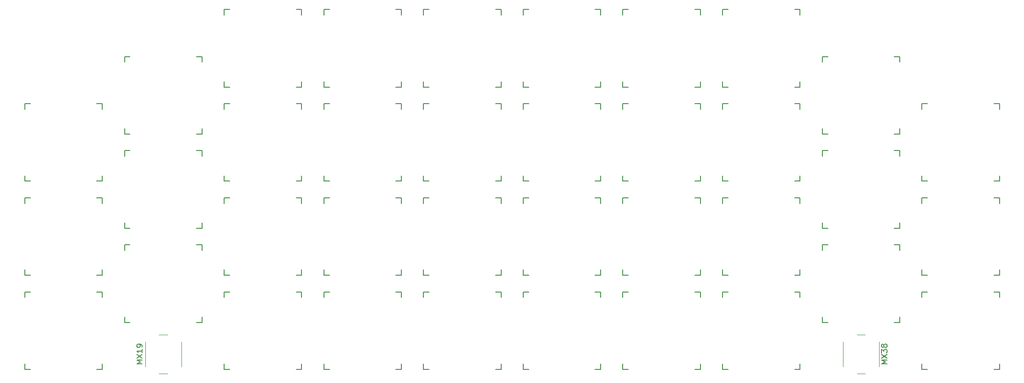
<source format=gbr>
%TF.GenerationSoftware,KiCad,Pcbnew,7.0.2-0*%
%TF.CreationDate,2024-08-06T11:42:49-04:00*%
%TF.ProjectId,PCB,5043422e-6b69-4636-9164-5f7063625858,rev?*%
%TF.SameCoordinates,Original*%
%TF.FileFunction,Legend,Top*%
%TF.FilePolarity,Positive*%
%FSLAX46Y46*%
G04 Gerber Fmt 4.6, Leading zero omitted, Abs format (unit mm)*
G04 Created by KiCad (PCBNEW 7.0.2-0) date 2024-08-06 11:42:49*
%MOMM*%
%LPD*%
G01*
G04 APERTURE LIST*
%ADD10C,0.150000*%
%ADD11C,0.120000*%
G04 APERTURE END LIST*
D10*
%TO.C,MX19*%
X50212619Y-91011904D02*
X49212619Y-91011904D01*
X49212619Y-91011904D02*
X49926904Y-90678571D01*
X49926904Y-90678571D02*
X49212619Y-90345238D01*
X49212619Y-90345238D02*
X50212619Y-90345238D01*
X49212619Y-89964285D02*
X50212619Y-89297619D01*
X49212619Y-89297619D02*
X50212619Y-89964285D01*
X50212619Y-88392857D02*
X50212619Y-88964285D01*
X50212619Y-88678571D02*
X49212619Y-88678571D01*
X49212619Y-88678571D02*
X49355476Y-88773809D01*
X49355476Y-88773809D02*
X49450714Y-88869047D01*
X49450714Y-88869047D02*
X49498333Y-88964285D01*
X50212619Y-87916666D02*
X50212619Y-87726190D01*
X50212619Y-87726190D02*
X50165000Y-87630952D01*
X50165000Y-87630952D02*
X50117380Y-87583333D01*
X50117380Y-87583333D02*
X49974523Y-87488095D01*
X49974523Y-87488095D02*
X49784047Y-87440476D01*
X49784047Y-87440476D02*
X49403095Y-87440476D01*
X49403095Y-87440476D02*
X49307857Y-87488095D01*
X49307857Y-87488095D02*
X49260238Y-87535714D01*
X49260238Y-87535714D02*
X49212619Y-87630952D01*
X49212619Y-87630952D02*
X49212619Y-87821428D01*
X49212619Y-87821428D02*
X49260238Y-87916666D01*
X49260238Y-87916666D02*
X49307857Y-87964285D01*
X49307857Y-87964285D02*
X49403095Y-88011904D01*
X49403095Y-88011904D02*
X49641190Y-88011904D01*
X49641190Y-88011904D02*
X49736428Y-87964285D01*
X49736428Y-87964285D02*
X49784047Y-87916666D01*
X49784047Y-87916666D02*
X49831666Y-87821428D01*
X49831666Y-87821428D02*
X49831666Y-87630952D01*
X49831666Y-87630952D02*
X49784047Y-87535714D01*
X49784047Y-87535714D02*
X49736428Y-87488095D01*
X49736428Y-87488095D02*
X49641190Y-87440476D01*
%TO.C,MX38*%
X184712619Y-91011904D02*
X183712619Y-91011904D01*
X183712619Y-91011904D02*
X184426904Y-90678571D01*
X184426904Y-90678571D02*
X183712619Y-90345238D01*
X183712619Y-90345238D02*
X184712619Y-90345238D01*
X183712619Y-89964285D02*
X184712619Y-89297619D01*
X183712619Y-89297619D02*
X184712619Y-89964285D01*
X183712619Y-89011904D02*
X183712619Y-88392857D01*
X183712619Y-88392857D02*
X184093571Y-88726190D01*
X184093571Y-88726190D02*
X184093571Y-88583333D01*
X184093571Y-88583333D02*
X184141190Y-88488095D01*
X184141190Y-88488095D02*
X184188809Y-88440476D01*
X184188809Y-88440476D02*
X184284047Y-88392857D01*
X184284047Y-88392857D02*
X184522142Y-88392857D01*
X184522142Y-88392857D02*
X184617380Y-88440476D01*
X184617380Y-88440476D02*
X184665000Y-88488095D01*
X184665000Y-88488095D02*
X184712619Y-88583333D01*
X184712619Y-88583333D02*
X184712619Y-88869047D01*
X184712619Y-88869047D02*
X184665000Y-88964285D01*
X184665000Y-88964285D02*
X184617380Y-89011904D01*
X184141190Y-87821428D02*
X184093571Y-87916666D01*
X184093571Y-87916666D02*
X184045952Y-87964285D01*
X184045952Y-87964285D02*
X183950714Y-88011904D01*
X183950714Y-88011904D02*
X183903095Y-88011904D01*
X183903095Y-88011904D02*
X183807857Y-87964285D01*
X183807857Y-87964285D02*
X183760238Y-87916666D01*
X183760238Y-87916666D02*
X183712619Y-87821428D01*
X183712619Y-87821428D02*
X183712619Y-87630952D01*
X183712619Y-87630952D02*
X183760238Y-87535714D01*
X183760238Y-87535714D02*
X183807857Y-87488095D01*
X183807857Y-87488095D02*
X183903095Y-87440476D01*
X183903095Y-87440476D02*
X183950714Y-87440476D01*
X183950714Y-87440476D02*
X184045952Y-87488095D01*
X184045952Y-87488095D02*
X184093571Y-87535714D01*
X184093571Y-87535714D02*
X184141190Y-87630952D01*
X184141190Y-87630952D02*
X184141190Y-87821428D01*
X184141190Y-87821428D02*
X184188809Y-87916666D01*
X184188809Y-87916666D02*
X184236428Y-87964285D01*
X184236428Y-87964285D02*
X184331666Y-88011904D01*
X184331666Y-88011904D02*
X184522142Y-88011904D01*
X184522142Y-88011904D02*
X184617380Y-87964285D01*
X184617380Y-87964285D02*
X184665000Y-87916666D01*
X184665000Y-87916666D02*
X184712619Y-87821428D01*
X184712619Y-87821428D02*
X184712619Y-87630952D01*
X184712619Y-87630952D02*
X184665000Y-87535714D01*
X184665000Y-87535714D02*
X184617380Y-87488095D01*
X184617380Y-87488095D02*
X184522142Y-87440476D01*
X184522142Y-87440476D02*
X184331666Y-87440476D01*
X184331666Y-87440476D02*
X184236428Y-87488095D01*
X184236428Y-87488095D02*
X184188809Y-87535714D01*
X184188809Y-87535714D02*
X184141190Y-87630952D01*
%TO.C,MX12*%
X47000000Y-70500000D02*
X47000000Y-69500000D01*
X47000000Y-83500000D02*
X47000000Y-82500000D01*
X47000000Y-83500000D02*
X48000000Y-83500000D01*
X48000000Y-69500000D02*
X47000000Y-69500000D01*
X60000000Y-83500000D02*
X61000000Y-83500000D01*
X61000000Y-69500000D02*
X60000000Y-69500000D01*
X61000000Y-69500000D02*
X61000000Y-70500000D01*
X61000000Y-82500000D02*
X61000000Y-83500000D01*
X61000000Y-83500000D02*
X60000000Y-83500000D01*
%TO.C,MX6*%
X29000000Y-62000000D02*
X29000000Y-61000000D01*
X29000000Y-75000000D02*
X29000000Y-74000000D01*
X29000000Y-75000000D02*
X30000000Y-75000000D01*
X30000000Y-61000000D02*
X29000000Y-61000000D01*
X42000000Y-75000000D02*
X43000000Y-75000000D01*
X43000000Y-61000000D02*
X42000000Y-61000000D01*
X43000000Y-61000000D02*
X43000000Y-62000000D01*
X43000000Y-74000000D02*
X43000000Y-75000000D01*
X43000000Y-75000000D02*
X42000000Y-75000000D01*
%TO.C,MX15*%
X101000000Y-62000000D02*
X101000000Y-61000000D01*
X101000000Y-75000000D02*
X101000000Y-74000000D01*
X101000000Y-75000000D02*
X102000000Y-75000000D01*
X102000000Y-61000000D02*
X101000000Y-61000000D01*
X114000000Y-75000000D02*
X115000000Y-75000000D01*
X115000000Y-61000000D02*
X114000000Y-61000000D01*
X115000000Y-61000000D02*
X115000000Y-62000000D01*
X115000000Y-74000000D02*
X115000000Y-75000000D01*
X115000000Y-75000000D02*
X114000000Y-75000000D01*
%TO.C,MX31*%
X173000000Y-70500000D02*
X173000000Y-69500000D01*
X173000000Y-83500000D02*
X173000000Y-82500000D01*
X173000000Y-83500000D02*
X174000000Y-83500000D01*
X174000000Y-69500000D02*
X173000000Y-69500000D01*
X186000000Y-83500000D02*
X187000000Y-83500000D01*
X187000000Y-69500000D02*
X186000000Y-69500000D01*
X187000000Y-69500000D02*
X187000000Y-70500000D01*
X187000000Y-82500000D02*
X187000000Y-83500000D01*
X187000000Y-83500000D02*
X186000000Y-83500000D01*
%TO.C,MX27*%
X155000000Y-45000000D02*
X155000000Y-44000000D01*
X155000000Y-58000000D02*
X155000000Y-57000000D01*
X155000000Y-58000000D02*
X156000000Y-58000000D01*
X156000000Y-44000000D02*
X155000000Y-44000000D01*
X168000000Y-58000000D02*
X169000000Y-58000000D01*
X169000000Y-44000000D02*
X168000000Y-44000000D01*
X169000000Y-44000000D02*
X169000000Y-45000000D01*
X169000000Y-57000000D02*
X169000000Y-58000000D01*
X169000000Y-58000000D02*
X168000000Y-58000000D01*
%TO.C,MX5*%
X101000000Y-28000000D02*
X101000000Y-27000000D01*
X101000000Y-41000000D02*
X101000000Y-40000000D01*
X101000000Y-41000000D02*
X102000000Y-41000000D01*
X102000000Y-27000000D02*
X101000000Y-27000000D01*
X114000000Y-41000000D02*
X115000000Y-41000000D01*
X115000000Y-27000000D02*
X114000000Y-27000000D01*
X115000000Y-27000000D02*
X115000000Y-28000000D01*
X115000000Y-40000000D02*
X115000000Y-41000000D01*
X115000000Y-41000000D02*
X114000000Y-41000000D01*
%TO.C,MX11*%
X29000000Y-79000000D02*
X29000000Y-78000000D01*
X29000000Y-92000000D02*
X29000000Y-91000000D01*
X29000000Y-92000000D02*
X30000000Y-92000000D01*
X30000000Y-78000000D02*
X29000000Y-78000000D01*
X42000000Y-92000000D02*
X43000000Y-92000000D01*
X43000000Y-78000000D02*
X42000000Y-78000000D01*
X43000000Y-78000000D02*
X43000000Y-79000000D01*
X43000000Y-91000000D02*
X43000000Y-92000000D01*
X43000000Y-92000000D02*
X42000000Y-92000000D01*
D11*
%TO.C,MX19*%
X53250000Y-92750000D02*
X54750000Y-92750000D01*
X57250000Y-91500000D02*
X57250000Y-87000000D01*
X50750000Y-87000000D02*
X50750000Y-91500000D01*
X54750000Y-85750000D02*
X53250000Y-85750000D01*
D10*
%TO.C,MX29*%
X119000000Y-45000000D02*
X119000000Y-44000000D01*
X119000000Y-58000000D02*
X119000000Y-57000000D01*
X119000000Y-58000000D02*
X120000000Y-58000000D01*
X120000000Y-44000000D02*
X119000000Y-44000000D01*
X132000000Y-58000000D02*
X133000000Y-58000000D01*
X133000000Y-44000000D02*
X132000000Y-44000000D01*
X133000000Y-44000000D02*
X133000000Y-45000000D01*
X133000000Y-57000000D02*
X133000000Y-58000000D01*
X133000000Y-58000000D02*
X132000000Y-58000000D01*
%TO.C,MX16*%
X65000000Y-79000000D02*
X65000000Y-78000000D01*
X65000000Y-92000000D02*
X65000000Y-91000000D01*
X65000000Y-92000000D02*
X66000000Y-92000000D01*
X66000000Y-78000000D02*
X65000000Y-78000000D01*
X78000000Y-92000000D02*
X79000000Y-92000000D01*
X79000000Y-78000000D02*
X78000000Y-78000000D01*
X79000000Y-78000000D02*
X79000000Y-79000000D01*
X79000000Y-91000000D02*
X79000000Y-92000000D01*
X79000000Y-92000000D02*
X78000000Y-92000000D01*
D11*
%TO.C,MX38*%
X180750000Y-85750000D02*
X179250000Y-85750000D01*
X176750000Y-87000000D02*
X176750000Y-91500000D01*
X183250000Y-91500000D02*
X183250000Y-87000000D01*
X179250000Y-92750000D02*
X180750000Y-92750000D01*
D10*
%TO.C,MX2*%
X47000000Y-36500000D02*
X47000000Y-35500000D01*
X47000000Y-49500000D02*
X47000000Y-48500000D01*
X47000000Y-49500000D02*
X48000000Y-49500000D01*
X48000000Y-35500000D02*
X47000000Y-35500000D01*
X60000000Y-49500000D02*
X61000000Y-49500000D01*
X61000000Y-35500000D02*
X60000000Y-35500000D01*
X61000000Y-35500000D02*
X61000000Y-36500000D01*
X61000000Y-48500000D02*
X61000000Y-49500000D01*
X61000000Y-49500000D02*
X60000000Y-49500000D01*
%TO.C,MX10*%
X101000000Y-45000000D02*
X101000000Y-44000000D01*
X101000000Y-58000000D02*
X101000000Y-57000000D01*
X101000000Y-58000000D02*
X102000000Y-58000000D01*
X102000000Y-44000000D02*
X101000000Y-44000000D01*
X114000000Y-58000000D02*
X115000000Y-58000000D01*
X115000000Y-44000000D02*
X114000000Y-44000000D01*
X115000000Y-44000000D02*
X115000000Y-45000000D01*
X115000000Y-57000000D02*
X115000000Y-58000000D01*
X115000000Y-58000000D02*
X114000000Y-58000000D01*
%TO.C,MX30*%
X191000000Y-79000000D02*
X191000000Y-78000000D01*
X191000000Y-92000000D02*
X191000000Y-91000000D01*
X191000000Y-92000000D02*
X192000000Y-92000000D01*
X192000000Y-78000000D02*
X191000000Y-78000000D01*
X204000000Y-92000000D02*
X205000000Y-92000000D01*
X205000000Y-78000000D02*
X204000000Y-78000000D01*
X205000000Y-78000000D02*
X205000000Y-79000000D01*
X205000000Y-91000000D02*
X205000000Y-92000000D01*
X205000000Y-92000000D02*
X204000000Y-92000000D01*
%TO.C,MX34*%
X119000000Y-62000000D02*
X119000000Y-61000000D01*
X119000000Y-75000000D02*
X119000000Y-74000000D01*
X119000000Y-75000000D02*
X120000000Y-75000000D01*
X120000000Y-61000000D02*
X119000000Y-61000000D01*
X132000000Y-75000000D02*
X133000000Y-75000000D01*
X133000000Y-61000000D02*
X132000000Y-61000000D01*
X133000000Y-61000000D02*
X133000000Y-62000000D01*
X133000000Y-74000000D02*
X133000000Y-75000000D01*
X133000000Y-75000000D02*
X132000000Y-75000000D01*
%TO.C,MX3*%
X65000000Y-28000000D02*
X65000000Y-27000000D01*
X65000000Y-41000000D02*
X65000000Y-40000000D01*
X65000000Y-41000000D02*
X66000000Y-41000000D01*
X66000000Y-27000000D02*
X65000000Y-27000000D01*
X78000000Y-41000000D02*
X79000000Y-41000000D01*
X79000000Y-27000000D02*
X78000000Y-27000000D01*
X79000000Y-27000000D02*
X79000000Y-28000000D01*
X79000000Y-40000000D02*
X79000000Y-41000000D01*
X79000000Y-41000000D02*
X78000000Y-41000000D01*
%TO.C,MX21*%
X173000000Y-36500000D02*
X173000000Y-35500000D01*
X173000000Y-49500000D02*
X173000000Y-48500000D01*
X173000000Y-49500000D02*
X174000000Y-49500000D01*
X174000000Y-35500000D02*
X173000000Y-35500000D01*
X186000000Y-49500000D02*
X187000000Y-49500000D01*
X187000000Y-35500000D02*
X186000000Y-35500000D01*
X187000000Y-35500000D02*
X187000000Y-36500000D01*
X187000000Y-48500000D02*
X187000000Y-49500000D01*
X187000000Y-49500000D02*
X186000000Y-49500000D01*
%TO.C,MX20*%
X191000000Y-45000000D02*
X191000000Y-44000000D01*
X191000000Y-58000000D02*
X191000000Y-57000000D01*
X191000000Y-58000000D02*
X192000000Y-58000000D01*
X192000000Y-44000000D02*
X191000000Y-44000000D01*
X204000000Y-58000000D02*
X205000000Y-58000000D01*
X205000000Y-44000000D02*
X204000000Y-44000000D01*
X205000000Y-44000000D02*
X205000000Y-45000000D01*
X205000000Y-57000000D02*
X205000000Y-58000000D01*
X205000000Y-58000000D02*
X204000000Y-58000000D01*
%TO.C,MX7*%
X47000000Y-53500000D02*
X47000000Y-52500000D01*
X47000000Y-66500000D02*
X47000000Y-65500000D01*
X47000000Y-66500000D02*
X48000000Y-66500000D01*
X48000000Y-52500000D02*
X47000000Y-52500000D01*
X60000000Y-66500000D02*
X61000000Y-66500000D01*
X61000000Y-52500000D02*
X60000000Y-52500000D01*
X61000000Y-52500000D02*
X61000000Y-53500000D01*
X61000000Y-65500000D02*
X61000000Y-66500000D01*
X61000000Y-66500000D02*
X60000000Y-66500000D01*
%TO.C,MX32*%
X155000000Y-62000000D02*
X155000000Y-61000000D01*
X155000000Y-75000000D02*
X155000000Y-74000000D01*
X155000000Y-75000000D02*
X156000000Y-75000000D01*
X156000000Y-61000000D02*
X155000000Y-61000000D01*
X168000000Y-75000000D02*
X169000000Y-75000000D01*
X169000000Y-61000000D02*
X168000000Y-61000000D01*
X169000000Y-61000000D02*
X169000000Y-62000000D01*
X169000000Y-74000000D02*
X169000000Y-75000000D01*
X169000000Y-75000000D02*
X168000000Y-75000000D01*
%TO.C,MX13*%
X65000000Y-62000000D02*
X65000000Y-61000000D01*
X65000000Y-75000000D02*
X65000000Y-74000000D01*
X65000000Y-75000000D02*
X66000000Y-75000000D01*
X66000000Y-61000000D02*
X65000000Y-61000000D01*
X78000000Y-75000000D02*
X79000000Y-75000000D01*
X79000000Y-61000000D02*
X78000000Y-61000000D01*
X79000000Y-61000000D02*
X79000000Y-62000000D01*
X79000000Y-74000000D02*
X79000000Y-75000000D01*
X79000000Y-75000000D02*
X78000000Y-75000000D01*
%TO.C,MX35*%
X155000000Y-79000000D02*
X155000000Y-78000000D01*
X155000000Y-92000000D02*
X155000000Y-91000000D01*
X155000000Y-92000000D02*
X156000000Y-92000000D01*
X156000000Y-78000000D02*
X155000000Y-78000000D01*
X168000000Y-92000000D02*
X169000000Y-92000000D01*
X169000000Y-78000000D02*
X168000000Y-78000000D01*
X169000000Y-78000000D02*
X169000000Y-79000000D01*
X169000000Y-91000000D02*
X169000000Y-92000000D01*
X169000000Y-92000000D02*
X168000000Y-92000000D01*
%TO.C,MX33*%
X137000000Y-62000000D02*
X137000000Y-61000000D01*
X137000000Y-75000000D02*
X137000000Y-74000000D01*
X137000000Y-75000000D02*
X138000000Y-75000000D01*
X138000000Y-61000000D02*
X137000000Y-61000000D01*
X150000000Y-75000000D02*
X151000000Y-75000000D01*
X151000000Y-61000000D02*
X150000000Y-61000000D01*
X151000000Y-61000000D02*
X151000000Y-62000000D01*
X151000000Y-74000000D02*
X151000000Y-75000000D01*
X151000000Y-75000000D02*
X150000000Y-75000000D01*
%TO.C,MX25*%
X191000000Y-62000000D02*
X191000000Y-61000000D01*
X191000000Y-75000000D02*
X191000000Y-74000000D01*
X191000000Y-75000000D02*
X192000000Y-75000000D01*
X192000000Y-61000000D02*
X191000000Y-61000000D01*
X204000000Y-75000000D02*
X205000000Y-75000000D01*
X205000000Y-61000000D02*
X204000000Y-61000000D01*
X205000000Y-61000000D02*
X205000000Y-62000000D01*
X205000000Y-74000000D02*
X205000000Y-75000000D01*
X205000000Y-75000000D02*
X204000000Y-75000000D01*
%TO.C,MX14*%
X83000000Y-62000000D02*
X83000000Y-61000000D01*
X83000000Y-75000000D02*
X83000000Y-74000000D01*
X83000000Y-75000000D02*
X84000000Y-75000000D01*
X84000000Y-61000000D02*
X83000000Y-61000000D01*
X96000000Y-75000000D02*
X97000000Y-75000000D01*
X97000000Y-61000000D02*
X96000000Y-61000000D01*
X97000000Y-61000000D02*
X97000000Y-62000000D01*
X97000000Y-74000000D02*
X97000000Y-75000000D01*
X97000000Y-75000000D02*
X96000000Y-75000000D01*
%TO.C,MX1*%
X29000000Y-45000000D02*
X29000000Y-44000000D01*
X29000000Y-58000000D02*
X29000000Y-57000000D01*
X29000000Y-58000000D02*
X30000000Y-58000000D01*
X30000000Y-44000000D02*
X29000000Y-44000000D01*
X42000000Y-58000000D02*
X43000000Y-58000000D01*
X43000000Y-44000000D02*
X42000000Y-44000000D01*
X43000000Y-44000000D02*
X43000000Y-45000000D01*
X43000000Y-57000000D02*
X43000000Y-58000000D01*
X43000000Y-58000000D02*
X42000000Y-58000000D01*
%TO.C,MX8*%
X65000000Y-45000000D02*
X65000000Y-44000000D01*
X65000000Y-58000000D02*
X65000000Y-57000000D01*
X65000000Y-58000000D02*
X66000000Y-58000000D01*
X66000000Y-44000000D02*
X65000000Y-44000000D01*
X78000000Y-58000000D02*
X79000000Y-58000000D01*
X79000000Y-44000000D02*
X78000000Y-44000000D01*
X79000000Y-44000000D02*
X79000000Y-45000000D01*
X79000000Y-57000000D02*
X79000000Y-58000000D01*
X79000000Y-58000000D02*
X78000000Y-58000000D01*
%TO.C,MX37*%
X119000000Y-79000000D02*
X119000000Y-78000000D01*
X119000000Y-92000000D02*
X119000000Y-91000000D01*
X119000000Y-92000000D02*
X120000000Y-92000000D01*
X120000000Y-78000000D02*
X119000000Y-78000000D01*
X132000000Y-92000000D02*
X133000000Y-92000000D01*
X133000000Y-78000000D02*
X132000000Y-78000000D01*
X133000000Y-78000000D02*
X133000000Y-79000000D01*
X133000000Y-91000000D02*
X133000000Y-92000000D01*
X133000000Y-92000000D02*
X132000000Y-92000000D01*
%TO.C,MX28*%
X137000000Y-45000000D02*
X137000000Y-44000000D01*
X137000000Y-58000000D02*
X137000000Y-57000000D01*
X137000000Y-58000000D02*
X138000000Y-58000000D01*
X138000000Y-44000000D02*
X137000000Y-44000000D01*
X150000000Y-58000000D02*
X151000000Y-58000000D01*
X151000000Y-44000000D02*
X150000000Y-44000000D01*
X151000000Y-44000000D02*
X151000000Y-45000000D01*
X151000000Y-57000000D02*
X151000000Y-58000000D01*
X151000000Y-58000000D02*
X150000000Y-58000000D01*
%TO.C,MX9*%
X83000000Y-45000000D02*
X83000000Y-44000000D01*
X83000000Y-58000000D02*
X83000000Y-57000000D01*
X83000000Y-58000000D02*
X84000000Y-58000000D01*
X84000000Y-44000000D02*
X83000000Y-44000000D01*
X96000000Y-58000000D02*
X97000000Y-58000000D01*
X97000000Y-44000000D02*
X96000000Y-44000000D01*
X97000000Y-44000000D02*
X97000000Y-45000000D01*
X97000000Y-57000000D02*
X97000000Y-58000000D01*
X97000000Y-58000000D02*
X96000000Y-58000000D01*
%TO.C,MX23*%
X137000000Y-28000000D02*
X137000000Y-27000000D01*
X137000000Y-41000000D02*
X137000000Y-40000000D01*
X137000000Y-41000000D02*
X138000000Y-41000000D01*
X138000000Y-27000000D02*
X137000000Y-27000000D01*
X150000000Y-41000000D02*
X151000000Y-41000000D01*
X151000000Y-27000000D02*
X150000000Y-27000000D01*
X151000000Y-27000000D02*
X151000000Y-28000000D01*
X151000000Y-40000000D02*
X151000000Y-41000000D01*
X151000000Y-41000000D02*
X150000000Y-41000000D01*
%TO.C,MX36*%
X137000000Y-79000000D02*
X137000000Y-78000000D01*
X137000000Y-92000000D02*
X137000000Y-91000000D01*
X137000000Y-92000000D02*
X138000000Y-92000000D01*
X138000000Y-78000000D02*
X137000000Y-78000000D01*
X150000000Y-92000000D02*
X151000000Y-92000000D01*
X151000000Y-78000000D02*
X150000000Y-78000000D01*
X151000000Y-78000000D02*
X151000000Y-79000000D01*
X151000000Y-91000000D02*
X151000000Y-92000000D01*
X151000000Y-92000000D02*
X150000000Y-92000000D01*
%TO.C,MX17*%
X83000000Y-79000000D02*
X83000000Y-78000000D01*
X83000000Y-92000000D02*
X83000000Y-91000000D01*
X83000000Y-92000000D02*
X84000000Y-92000000D01*
X84000000Y-78000000D02*
X83000000Y-78000000D01*
X96000000Y-92000000D02*
X97000000Y-92000000D01*
X97000000Y-78000000D02*
X96000000Y-78000000D01*
X97000000Y-78000000D02*
X97000000Y-79000000D01*
X97000000Y-91000000D02*
X97000000Y-92000000D01*
X97000000Y-92000000D02*
X96000000Y-92000000D01*
%TO.C,MX18*%
X101000000Y-79000000D02*
X101000000Y-78000000D01*
X101000000Y-92000000D02*
X101000000Y-91000000D01*
X101000000Y-92000000D02*
X102000000Y-92000000D01*
X102000000Y-78000000D02*
X101000000Y-78000000D01*
X114000000Y-92000000D02*
X115000000Y-92000000D01*
X115000000Y-78000000D02*
X114000000Y-78000000D01*
X115000000Y-78000000D02*
X115000000Y-79000000D01*
X115000000Y-91000000D02*
X115000000Y-92000000D01*
X115000000Y-92000000D02*
X114000000Y-92000000D01*
%TO.C,MX4*%
X83000000Y-28000000D02*
X83000000Y-27000000D01*
X83000000Y-41000000D02*
X83000000Y-40000000D01*
X83000000Y-41000000D02*
X84000000Y-41000000D01*
X84000000Y-27000000D02*
X83000000Y-27000000D01*
X96000000Y-41000000D02*
X97000000Y-41000000D01*
X97000000Y-27000000D02*
X96000000Y-27000000D01*
X97000000Y-27000000D02*
X97000000Y-28000000D01*
X97000000Y-40000000D02*
X97000000Y-41000000D01*
X97000000Y-41000000D02*
X96000000Y-41000000D01*
%TO.C,MX24*%
X119000000Y-28000000D02*
X119000000Y-27000000D01*
X119000000Y-41000000D02*
X119000000Y-40000000D01*
X119000000Y-41000000D02*
X120000000Y-41000000D01*
X120000000Y-27000000D02*
X119000000Y-27000000D01*
X132000000Y-41000000D02*
X133000000Y-41000000D01*
X133000000Y-27000000D02*
X132000000Y-27000000D01*
X133000000Y-27000000D02*
X133000000Y-28000000D01*
X133000000Y-40000000D02*
X133000000Y-41000000D01*
X133000000Y-41000000D02*
X132000000Y-41000000D01*
%TO.C,MX22*%
X155000000Y-28000000D02*
X155000000Y-27000000D01*
X155000000Y-41000000D02*
X155000000Y-40000000D01*
X155000000Y-41000000D02*
X156000000Y-41000000D01*
X156000000Y-27000000D02*
X155000000Y-27000000D01*
X168000000Y-41000000D02*
X169000000Y-41000000D01*
X169000000Y-27000000D02*
X168000000Y-27000000D01*
X169000000Y-27000000D02*
X169000000Y-28000000D01*
X169000000Y-40000000D02*
X169000000Y-41000000D01*
X169000000Y-41000000D02*
X168000000Y-41000000D01*
%TO.C,MX26*%
X173000000Y-53500000D02*
X173000000Y-52500000D01*
X173000000Y-66500000D02*
X173000000Y-65500000D01*
X173000000Y-66500000D02*
X174000000Y-66500000D01*
X174000000Y-52500000D02*
X173000000Y-52500000D01*
X186000000Y-66500000D02*
X187000000Y-66500000D01*
X187000000Y-52500000D02*
X186000000Y-52500000D01*
X187000000Y-52500000D02*
X187000000Y-53500000D01*
X187000000Y-65500000D02*
X187000000Y-66500000D01*
X187000000Y-66500000D02*
X186000000Y-66500000D01*
%TD*%
M02*

</source>
